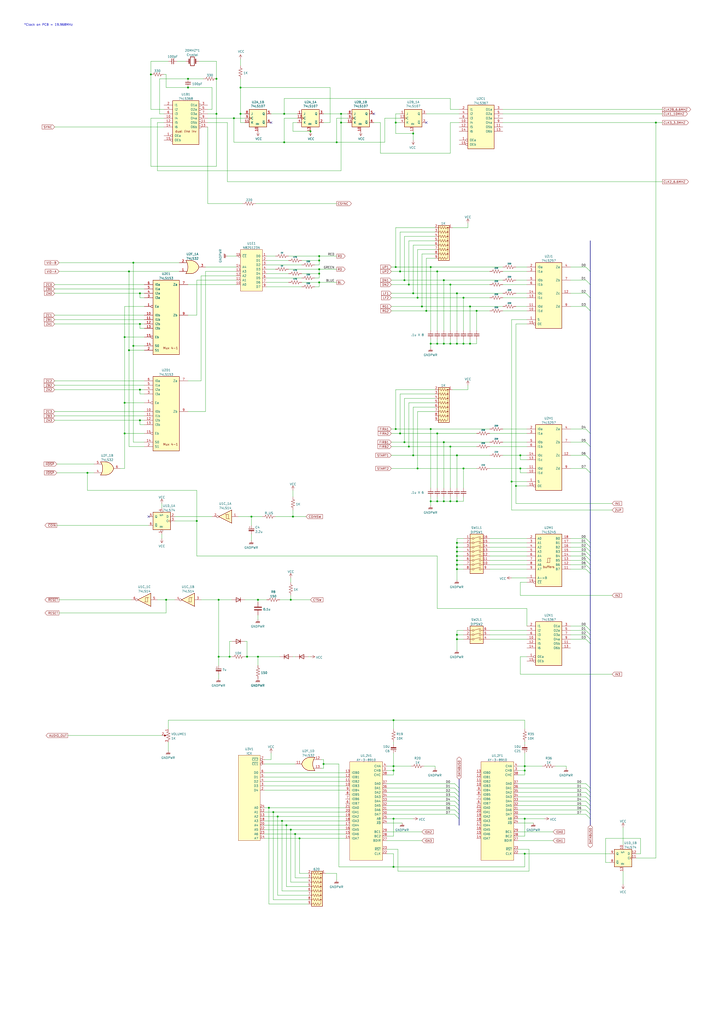
<source format=kicad_sch>
(kicad_sch (version 20230121) (generator eeschema)
  (paper "A2" portrait)
  (title_block (title "EXERION") (rev "A0") (company "JALECO EX-8315") (comment 1 "MADE IN JAPAN") (comment 2 "TRANSCRIBED BY ANTON GALE"))
  (junction (at 228.6 417.83))
  (junction (at 265.43 368.3))
  (junction (at 232.41 157.48))
  (junction (at 185.42 158.75))
  (junction (at 269.24 172.72))
  (junction (at 143.51 381))
  (junction (at 261.62 165.1))
  (junction (at 304.8 447.04))
  (junction (at 149.86 347.98))
  (junction (at 156.21 468.63))
  (junction (at 139.7 66.04))
  (junction (at 87.63 43.18))
  (junction (at 261.62 259.08))
  (junction (at 250.19 154.94))
  (junction (at 234.95 256.54))
  (junction (at 127 347.98))
  (junction (at 168.91 481.33))
  (junction (at 232.41 251.46))
  (junction (at 198.12 66.04))
  (junction (at 72.39 195.58))
  (junction (at 240.03 264.16))
  (junction (at 81.28 170.18))
  (junction (at 237.49 259.08))
  (junction (at 265.43 170.18))
  (junction (at 81.28 243.84))
  (junction (at 158.75 471.17))
  (junction (at 261.62 199.39))
  (junction (at 261.62 290.83))
  (junction (at 195.58 82.55))
  (junction (at 304.8 444.5))
  (junction (at 133.35 381))
  (junction (at 229.87 71.12))
  (junction (at 257.8052 162.56))
  (junction (at 257.8052 256.54))
  (junction (at 161.29 473.71))
  (junction (at 185.42 163.83))
  (junction (at 254 199.39))
  (junction (at 265.43 330.2))
  (junction (at 163.83 476.25))
  (junction (at 170.18 299.72))
  (junction (at 114.3 302.26))
  (junction (at 240.03 77.47))
  (junction (at 187.96 443.23))
  (junction (at 254 251.46))
  (junction (at 81.28 226.06))
  (junction (at 265.43 199.39))
  (junction (at 74.93 203.2))
  (junction (at 254 157.48))
  (junction (at 265.43 320.04))
  (junction (at 257.81 290.83))
  (junction (at 269.24 271.78))
  (junction (at 254 290.83))
  (junction (at 127 381))
  (junction (at 185.42 151.13))
  (junction (at 135.89 68.58))
  (junction (at 146.05 299.72))
  (junction (at 265.43 317.5))
  (junction (at 302.26 264.16))
  (junction (at 81.28 187.96))
  (junction (at 242.57 172.72))
  (junction (at 149.86 381))
  (junction (at 74.93 157.48))
  (junction (at 265.43 290.83))
  (junction (at 381 71.12))
  (junction (at 228.6 444.5))
  (junction (at 250.19 248.92))
  (junction (at 247.65 180.34))
  (junction (at 265.43 322.58))
  (junction (at 50.8 274.32))
  (junction (at 77.47 152.4))
  (junction (at 240.03 170.18))
  (junction (at 297.18 279.4))
  (junction (at 109.22 50.8))
  (junction (at 185.42 148.59))
  (junction (at 234.95 162.56))
  (junction (at 180.34 76.2))
  (junction (at 304.8 474.98))
  (junction (at 173.99 486.41))
  (junction (at 77.47 200.66))
  (junction (at 228.6 447.04))
  (junction (at 265.43 370.84))
  (junction (at 265.43 327.66))
  (junction (at 276.86 180.34))
  (junction (at 125.73 66.04))
  (junction (at 198.12 71.12))
  (junction (at 304.8 495.3))
  (junction (at 165.1 82.55))
  (junction (at 250.19 199.39))
  (junction (at 265.43 264.16))
  (junction (at 302.26 271.78))
  (junction (at 273.05 177.8))
  (junction (at 273.05 199.39))
  (junction (at 265.43 314.96))
  (junction (at 229.87 154.94))
  (junction (at 299.72 281.94))
  (junction (at 245.11 177.8))
  (junction (at 229.87 248.92))
  (junction (at 72.39 233.68))
  (junction (at 269.24 199.39))
  (junction (at 168.91 347.98))
  (junction (at 139.7 50.8))
  (junction (at 237.49 165.1))
  (junction (at 109.22 45.72))
  (junction (at 228.6 502.92))
  (junction (at 265.43 325.12))
  (junction (at 257.81 199.39))
  (junction (at 185.42 156.21))
  (junction (at 165.1 66.04))
  (junction (at 72.39 251.46))
  (junction (at 171.45 483.87))
  (junction (at 96.52 347.98))
  (junction (at 166.37 478.79))
  (junction (at 228.6 474.98))
  (junction (at 242.57 271.78))
  (junction (at 250.19 290.83))
  (junction (at 125.73 45.72))
  (no_connect (at 247.65 71.12))
  (no_connect (at 157.48 71.12))
  (no_connect (at 217.17 66.04))
  (no_connect (at 86.36 299.72))
  (bus_entry (at 340.36 462.28) (size 2.54 2.54))
  (bus_entry (at 340.36 464.82) (size 2.54 2.54))
  (bus_entry (at 340.36 457.2) (size 2.54 2.54))
  (bus_entry (at 340.36 454.66) (size 2.54 2.54))
  (bus_entry (at 340.36 459.74) (size 2.54 2.54))
  (bus_entry (at 340.36 472.44) (size 2.54 2.54))
  (bus_entry (at 340.36 469.9) (size 2.54 2.54))
  (bus_entry (at 340.36 467.36) (size 2.54 2.54))
  (bus_entry (at 264.16 469.9) (size 2.54 2.54))
  (bus_entry (at 264.16 459.74) (size 2.54 2.54))
  (bus_entry (at 264.16 472.44) (size 2.54 2.54))
  (bus_entry (at 264.16 467.36) (size 2.54 2.54))
  (bus_entry (at 264.16 454.66) (size 2.54 2.54))
  (bus_entry (at 264.16 462.28) (size 2.54 2.54))
  (bus_entry (at 340.36 154.94) (size 2.54 2.54))
  (bus_entry (at 340.36 162.56) (size 2.54 2.54))
  (bus_entry (at 340.36 170.18) (size 2.54 2.54))
  (bus_entry (at 340.36 177.8) (size 2.54 2.54))
  (bus_entry (at 340.36 312.42) (size 2.54 2.54))
  (bus_entry (at 340.36 264.16) (size 2.54 2.54))
  (bus_entry (at 340.36 271.78) (size 2.54 2.54))
  (bus_entry (at 340.36 248.92) (size 2.54 2.54))
  (bus_entry (at 340.36 256.54) (size 2.54 2.54))
  (bus_entry (at 340.36 317.5) (size 2.54 2.54))
  (bus_entry (at 340.36 314.96) (size 2.54 2.54))
  (bus_entry (at 340.36 320.04) (size 2.54 2.54))
  (bus_entry (at 264.16 464.82) (size 2.54 2.54))
  (bus_entry (at 340.36 363.22) (size 2.54 2.54))
  (bus_entry (at 340.36 370.84) (size 2.54 2.54))
  (bus_entry (at 340.36 368.3) (size 2.54 2.54))
  (bus_entry (at 340.36 365.76) (size 2.54 2.54))
  (bus_entry (at 340.36 330.2) (size 2.54 2.54))
  (bus_entry (at 340.36 327.66) (size 2.54 2.54))
  (bus_entry (at 340.36 325.12) (size 2.54 2.54))
  (bus_entry (at 340.36 322.58) (size 2.54 2.54))
  (bus_entry (at 264.16 457.2) (size 2.54 2.54))
  (wire (pts (xy 187.96 445.77) (xy 187.96 443.23)))
  (wire (pts (xy 154.94 148.59) (xy 160.02 148.59)))
  (wire (pts (xy 242.57 172.72) (xy 269.24 172.72)))
  (wire (pts (xy 31.75 241.3) (xy 83.82 241.3)))
  (wire (pts (xy 252.73 142.24) (xy 240.03 142.24)))
  (wire (pts (xy 81.28 226.06) (xy 83.82 226.06)))
  (bus (pts (xy 342.9 317.5) (xy 342.9 320.04)))
  (wire (pts (xy 93.98 292.1) (xy 93.98 294.64)))
  (wire (pts (xy 228.6 495.3) (xy 224.79 495.3)))
  (wire (pts (xy 31.75 226.06) (xy 81.28 226.06)))
  (wire (pts (xy 284.48 314.96) (xy 306.07 314.96)))
  (wire (pts (xy 269.24 288.29) (xy 269.24 290.83)))
  (wire (pts (xy 83.82 256.54) (xy 77.47 256.54)))
  (wire (pts (xy 120.65 118.11) (xy 140.97 118.11)))
  (wire (pts (xy 127 391.16) (xy 127 393.7)))
  (wire (pts (xy 153.67 483.87) (xy 171.45 483.87)))
  (wire (pts (xy 182.88 161.29) (xy 185.42 161.29)))
  (wire (pts (xy 240.03 142.24) (xy 240.03 170.18)))
  (wire (pts (xy 119.38 238.76) (xy 119.38 157.48)))
  (wire (pts (xy 300.99 485.14) (xy 304.8 485.14)))
  (wire (pts (xy 185.42 163.83) (xy 185.42 166.37)))
  (wire (pts (xy 125.73 45.72) (xy 125.73 66.04)))
  (wire (pts (xy 273.05 196.85) (xy 273.05 199.39)))
  (wire (pts (xy 297.18 279.4) (xy 297.18 185.42)))
  (bus (pts (xy 342.9 457.2) (xy 342.9 459.74)))
  (bus (pts (xy 342.9 314.96) (xy 342.9 317.5)))
  (wire (pts (xy 331.47 330.2) (xy 340.36 330.2)))
  (wire (pts (xy 72.39 251.46) (xy 83.82 251.46)))
  (wire (pts (xy 300.99 477.52) (xy 309.88 477.52)))
  (wire (pts (xy 265.43 314.96) (xy 265.43 317.5)))
  (wire (pts (xy 254 322.58) (xy 254 353.06)))
  (wire (pts (xy 50.8 274.32) (xy 54.61 274.32)))
  (bus (pts (xy 342.9 462.28) (xy 342.9 464.82)))
  (wire (pts (xy 91.44 347.98) (xy 96.52 347.98)))
  (wire (pts (xy 156.21 468.63) (xy 200.66 468.63)))
  (wire (pts (xy 355.6 391.16) (xy 302.26 391.16)))
  (wire (pts (xy 172.72 68.58) (xy 165.1 68.58)))
  (wire (pts (xy 165.1 68.58) (xy 165.1 82.55)))
  (wire (pts (xy 284.48 259.08) (xy 306.07 259.08)))
  (wire (pts (xy 81.28 190.5) (xy 81.28 187.96)))
  (wire (pts (xy 269.24 196.85) (xy 269.24 199.39)))
  (wire (pts (xy 297.18 295.91) (xy 297.18 279.4)))
  (wire (pts (xy 148.59 118.11) (xy 195.58 118.11)))
  (wire (pts (xy 292.1 165.1) (xy 306.07 165.1)))
  (bus (pts (xy 342.9 266.7) (xy 342.9 274.32)))
  (bus (pts (xy 342.9 365.76) (xy 342.9 368.3)))
  (wire (pts (xy 300.99 492.76) (xy 307.34 492.76)))
  (wire (pts (xy 257.8052 256.54) (xy 284.48 256.54)))
  (wire (pts (xy 125.73 66.04) (xy 125.73 96.52)))
  (wire (pts (xy 92.71 45.72) (xy 92.71 66.04)))
  (wire (pts (xy 265.43 330.2) (xy 269.24 330.2)))
  (wire (pts (xy 154.94 156.21) (xy 160.02 156.21)))
  (wire (pts (xy 227.33 264.16) (xy 240.03 264.16)))
  (wire (pts (xy 252.73 137.16) (xy 234.95 137.16)))
  (wire (pts (xy 116.84 347.98) (xy 127 347.98)))
  (bus (pts (xy 266.7 464.82) (xy 266.7 467.36)))
  (wire (pts (xy 265.43 365.76) (xy 265.43 368.3)))
  (wire (pts (xy 167.64 156.21) (xy 185.42 156.21)))
  (wire (pts (xy 247.65 180.34) (xy 276.86 180.34)))
  (wire (pts (xy 96.52 347.98) (xy 101.6 347.98)))
  (wire (pts (xy 69.85 271.78) (xy 72.39 271.78)))
  (wire (pts (xy 299.72 170.18) (xy 306.07 170.18)))
  (wire (pts (xy 115.57 35.56) (xy 125.73 35.56)))
  (wire (pts (xy 127 347.98) (xy 127 381)))
  (wire (pts (xy 261.62 57.15) (xy 261.62 63.5)))
  (wire (pts (xy 269.24 199.39) (xy 273.05 199.39)))
  (wire (pts (xy 228.6 502.92) (xy 228.6 495.3)))
  (wire (pts (xy 171.45 483.87) (xy 171.45 509.27)))
  (wire (pts (xy 31.75 182.88) (xy 83.82 182.88)))
  (wire (pts (xy 302.26 266.7) (xy 302.26 264.16)))
  (wire (pts (xy 120.65 71.12) (xy 132.08 71.12)))
  (wire (pts (xy 257.8052 162.56) (xy 257.81 191.77)))
  (wire (pts (xy 50.8 274.32) (xy 50.8 284.48)))
  (wire (pts (xy 254 251.46) (xy 276.86 251.46)))
  (wire (pts (xy 265.43 170.18) (xy 265.43 191.77)))
  (wire (pts (xy 304.8 449.58) (xy 304.8 447.04)))
  (wire (pts (xy 269.24 365.76) (xy 265.43 365.76)))
  (wire (pts (xy 250.19 154.94) (xy 292.1 154.94)))
  (wire (pts (xy 119.38 157.48) (xy 137.16 157.48)))
  (wire (pts (xy 292.1 256.54) (xy 306.07 256.54)))
  (wire (pts (xy 228.6 436.88) (xy 228.6 444.5)))
  (wire (pts (xy 304.8 430.53) (xy 304.8 431.8)))
  (wire (pts (xy 234.95 231.14) (xy 234.95 256.54)))
  (wire (pts (xy 292.1 63.5) (xy 384.81 63.5)))
  (wire (pts (xy 265.43 314.96) (xy 269.24 314.96)))
  (wire (pts (xy 83.82 228.6) (xy 81.28 228.6)))
  (bus (pts (xy 342.9 139.7) (xy 342.9 157.48)))
  (bus (pts (xy 266.7 462.28) (xy 266.7 464.82)))
  (wire (pts (xy 198.12 71.12) (xy 201.93 71.12)))
  (bus (pts (xy 342.9 274.32) (xy 342.9 314.96)))
  (wire (pts (xy 138.43 299.72) (xy 146.05 299.72)))
  (wire (pts (xy 227.33 271.78) (xy 242.57 271.78)))
  (wire (pts (xy 254 290.83) (xy 257.81 290.83)))
  (wire (pts (xy 234.95 256.54) (xy 257.8052 256.54)))
  (wire (pts (xy 143.51 381) (xy 149.86 381)))
  (wire (pts (xy 168.91 511.81) (xy 179.07 511.81)))
  (wire (pts (xy 265.43 320.04) (xy 265.43 322.58)))
  (wire (pts (xy 276.86 180.34) (xy 276.86 191.77)))
  (wire (pts (xy 245.11 147.32) (xy 245.11 177.8)))
  (bus (pts (xy 266.7 452.12) (xy 266.7 457.2)))
  (wire (pts (xy 153.67 458.47) (xy 200.66 458.47)))
  (wire (pts (xy 227.33 259.08) (xy 237.49 259.08)))
  (wire (pts (xy 74.93 157.48) (xy 104.14 157.48)))
  (wire (pts (xy 109.22 45.72) (xy 118.11 45.72)))
  (wire (pts (xy 153.67 440.69) (xy 157.48 440.69)))
  (wire (pts (xy 123.19 50.8) (xy 109.22 50.8)))
  (wire (pts (xy 229.87 71.12) (xy 229.87 77.47)))
  (wire (pts (xy 92.71 66.04) (xy 95.25 66.04)))
  (wire (pts (xy 299.72 187.96) (xy 306.07 187.96)))
  (wire (pts (xy 87.63 35.56) (xy 87.63 43.18)))
  (wire (pts (xy 300.99 447.04) (xy 304.8 447.04)))
  (bus (pts (xy 266.7 467.36) (xy 266.7 469.9)))
  (wire (pts (xy 331.47 363.22) (xy 340.36 363.22)))
  (wire (pts (xy 31.75 185.42) (xy 83.82 185.42)))
  (wire (pts (xy 74.93 259.08) (xy 74.93 203.2)))
  (wire (pts (xy 196.85 443.23) (xy 196.85 502.92)))
  (wire (pts (xy 139.7 66.04) (xy 142.24 66.04)))
  (bus (pts (xy 342.9 459.74) (xy 342.9 462.28)))
  (wire (pts (xy 34.29 152.4) (xy 77.47 152.4)))
  (wire (pts (xy 292.1 157.48) (xy 306.07 157.48)))
  (wire (pts (xy 265.43 320.04) (xy 269.24 320.04)))
  (wire (pts (xy 331.47 170.18) (xy 340.36 170.18)))
  (wire (pts (xy 355.6 345.44) (xy 302.26 345.44)))
  (wire (pts (xy 97.79 417.83) (xy 228.6 417.83)))
  (wire (pts (xy 304.8 447.04) (xy 304.8 444.5)))
  (wire (pts (xy 252.73 226.06) (xy 229.87 226.06)))
  (wire (pts (xy 257.8052 162.56) (xy 292.1 162.56)))
  (wire (pts (xy 87.63 68.58) (xy 95.25 68.58)))
  (wire (pts (xy 265.43 199.39) (xy 269.24 199.39)))
  (wire (pts (xy 224.79 447.04) (xy 228.6 447.04)))
  (wire (pts (xy 276.86 180.34) (xy 284.48 180.34)))
  (wire (pts (xy 166.37 478.79) (xy 166.37 514.35)))
  (wire (pts (xy 179.07 381) (xy 180.34 381)))
  (wire (pts (xy 168.91 481.33) (xy 168.91 511.81)))
  (wire (pts (xy 227.33 177.8) (xy 245.11 177.8)))
  (wire (pts (xy 261.62 259.08) (xy 276.86 259.08)))
  (wire (pts (xy 171.45 509.27) (xy 179.07 509.27)))
  (wire (pts (xy 114.3 284.48) (xy 50.8 284.48)))
  (wire (pts (xy 250.19 248.92) (xy 284.48 248.92)))
  (wire (pts (xy 81.28 228.6) (xy 81.28 226.06)))
  (wire (pts (xy 261.62 196.85) (xy 261.62 199.39)))
  (wire (pts (xy 261.62 88.9) (xy 220.98 88.9)))
  (wire (pts (xy 83.82 203.2) (xy 74.93 203.2)))
  (wire (pts (xy 153.67 478.79) (xy 166.37 478.79)))
  (wire (pts (xy 331.47 154.94) (xy 340.36 154.94)))
  (wire (pts (xy 153.67 486.41) (xy 173.99 486.41)))
  (wire (pts (xy 254 157.48) (xy 254 191.77)))
  (wire (pts (xy 331.47 248.92) (xy 340.36 248.92)))
  (bus (pts (xy 342.9 165.1) (xy 342.9 172.72)))
  (wire (pts (xy 134.62 372.11) (xy 133.35 372.11)))
  (wire (pts (xy 170.18 299.72) (xy 177.8 299.72)))
  (wire (pts (xy 153.67 443.23) (xy 171.45 443.23)))
  (bus (pts (xy 342.9 330.2) (xy 342.9 332.74)))
  (wire (pts (xy 165.1 66.04) (xy 165.1 57.15)))
  (wire (pts (xy 224.79 467.36) (xy 264.16 467.36)))
  (wire (pts (xy 302.26 391.16) (xy 302.26 381)))
  (wire (pts (xy 331.47 256.54) (xy 340.36 256.54)))
  (wire (pts (xy 72.39 233.68) (xy 72.39 251.46)))
  (wire (pts (xy 198.12 66.04) (xy 201.93 66.04)))
  (wire (pts (xy 133.35 381) (xy 134.62 381)))
  (wire (pts (xy 228.6 474.98) (xy 240.03 474.98)))
  (wire (pts (xy 149.86 381) (xy 149.86 386.08)))
  (wire (pts (xy 284.48 317.5) (xy 306.07 317.5)))
  (wire (pts (xy 234.95 137.16) (xy 234.95 162.56)))
  (wire (pts (xy 302.26 345.44) (xy 302.26 337.82)))
  (wire (pts (xy 254 196.85) (xy 254 199.39)))
  (wire (pts (xy 163.83 476.25) (xy 200.66 476.25)))
  (wire (pts (xy 223.52 82.55) (xy 223.52 68.58)))
  (wire (pts (xy 254 251.46) (xy 254 283.21)))
  (wire (pts (xy 228.6 449.58) (xy 228.6 447.04)))
  (wire (pts (xy 227.33 162.56) (xy 234.95 162.56)))
  (wire (pts (xy 265.43 290.83) (xy 269.24 290.83)))
  (wire (pts (xy 265.43 264.16) (xy 284.48 264.16)))
  (wire (pts (xy 224.79 454.66) (xy 264.16 454.66)))
  (wire (pts (xy 167.64 148.59) (xy 185.42 148.59)))
  (wire (pts (xy 77.47 152.4) (xy 77.47 200.66)))
  (wire (pts (xy 297.18 185.42) (xy 306.07 185.42)))
  (wire (pts (xy 300.99 467.36) (xy 340.36 467.36)))
  (wire (pts (xy 228.6 430.53) (xy 228.6 431.8)))
  (wire (pts (xy 228.6 417.83) (xy 228.6 422.91)))
  (wire (pts (xy 170.18 381) (xy 171.45 381)))
  (bus (pts (xy 342.9 157.48) (xy 342.9 165.1)))
  (wire (pts (xy 292.1 66.04) (xy 384.81 66.04)))
  (wire (pts (xy 237.49 165.1) (xy 261.62 165.1)))
  (wire (pts (xy 284.48 322.58) (xy 306.07 322.58)))
  (wire (pts (xy 97.79 430.53) (xy 97.79 435.61)))
  (wire (pts (xy 269.24 271.78) (xy 269.24 283.21)))
  (wire (pts (xy 284.48 325.12) (xy 306.07 325.12)))
  (wire (pts (xy 158.75 521.97) (xy 179.07 521.97)))
  (wire (pts (xy 154.94 166.37) (xy 175.26 166.37)))
  (wire (pts (xy 271.78 226.06) (xy 271.78 223.52)))
  (wire (pts (xy 229.87 154.94) (xy 250.19 154.94)))
  (wire (pts (xy 307.34 505.46) (xy 231.14 505.46)))
  (wire (pts (xy 232.41 66.04) (xy 229.87 66.04)))
  (wire (pts (xy 31.75 243.84) (xy 81.28 243.84)))
  (wire (pts (xy 116.84 160.02) (xy 137.16 160.02)))
  (wire (pts (xy 300.99 482.6) (xy 321.31 482.6)))
  (wire (pts (xy 34.29 347.98) (xy 76.2 347.98)))
  (wire (pts (xy 300.99 459.74) (xy 340.36 459.74)))
  (wire (pts (xy 114.3 182.88) (xy 114.3 162.56)))
  (wire (pts (xy 265.43 317.5) (xy 265.43 320.04)))
  (wire (pts (xy 153.67 448.31) (xy 200.66 448.31)))
  (wire (pts (xy 257.81 288.29) (xy 257.81 290.83)))
  (wire (pts (xy 153.67 453.39) (xy 200.66 453.39)))
  (wire (pts (xy 81.28 243.84) (xy 83.82 243.84)))
  (wire (pts (xy 265.43 170.18) (xy 292.1 170.18)))
  (wire (pts (xy 72.39 195.58) (xy 83.82 195.58)))
  (wire (pts (xy 261.62 63.5) (xy 266.7 63.5)))
  (wire (pts (xy 224.79 464.82) (xy 264.16 464.82)))
  (wire (pts (xy 224.79 487.68) (xy 245.11 487.68)))
  (wire (pts (xy 265.43 327.66) (xy 265.43 330.2)))
  (wire (pts (xy 240.03 77.47) (xy 240.03 76.2)))
  (wire (pts (xy 261.62 259.08) (xy 261.62 283.21)))
  (wire (pts (xy 120.65 68.58) (xy 135.89 68.58)))
  (wire (pts (xy 284.48 330.2) (xy 306.07 330.2)))
  (wire (pts (xy 229.87 77.47) (xy 240.03 77.47)))
  (wire (pts (xy 240.03 170.18) (xy 265.43 170.18)))
  (wire (pts (xy 292.1 264.16) (xy 302.26 264.16)))
  (wire (pts (xy 191.77 50.8) (xy 139.7 50.8)))
  (wire (pts (xy 187.96 71.12) (xy 191.77 71.12)))
  (wire (pts (xy 284.48 365.76) (xy 306.07 365.76)))
  (wire (pts (xy 160.02 299.72) (xy 170.18 299.72)))
  (wire (pts (xy 292.1 172.72) (xy 306.07 172.72)))
  (wire (pts (xy 161.29 473.71) (xy 161.29 519.43)))
  (wire (pts (xy 92.71 45.72) (xy 109.22 45.72)))
  (wire (pts (xy 153.67 471.17) (xy 158.75 471.17)))
  (wire (pts (xy 306.07 279.4) (xy 297.18 279.4)))
  (wire (pts (xy 149.86 347.98) (xy 149.86 349.25)))
  (wire (pts (xy 156.21 468.63) (xy 156.21 524.51)))
  (wire (pts (xy 173.99 486.41) (xy 200.66 486.41)))
  (wire (pts (xy 261.62 165.1) (xy 284.48 165.1)))
  (wire (pts (xy 242.57 271.78) (xy 269.24 271.78)))
  (wire (pts (xy 381 497.84) (xy 369.57 497.84)))
  (wire (pts (xy 331.47 365.76) (xy 340.36 365.76)))
  (wire (pts (xy 224.79 474.98) (xy 228.6 474.98)))
  (wire (pts (xy 284.48 320.04) (xy 306.07 320.04)))
  (wire (pts (xy 227.33 157.48) (xy 232.41 157.48)))
  (wire (pts (xy 302.26 337.82) (xy 306.07 337.82)))
  (wire (pts (xy 165.1 66.04) (xy 172.72 66.04)))
  (bus (pts (xy 266.7 459.74) (xy 266.7 462.28)))
  (wire (pts (xy 163.83 476.25) (xy 163.83 516.89)))
  (wire (pts (xy 231.14 492.76) (xy 224.79 492.76)))
  (wire (pts (xy 139.7 38.1) (xy 139.7 34.29)))
  (wire (pts (xy 139.7 66.04) (xy 139.7 71.12)))
  (wire (pts (xy 172.72 71.12) (xy 170.18 71.12)))
  (wire (pts (xy 161.29 519.43) (xy 179.07 519.43)))
  (wire (pts (xy 171.45 483.87) (xy 200.66 483.87)))
  (wire (pts (xy 300.99 457.2) (xy 340.36 457.2)))
  (wire (pts (xy 361.95 480.06) (xy 361.95 490.22)))
  (wire (pts (xy 72.39 251.46) (xy 72.39 271.78)))
  (wire (pts (xy 304.8 502.92) (xy 304.8 495.3)))
  (wire (pts (xy 228.6 502.92) (xy 304.8 502.92)))
  (wire (pts (xy 252.73 228.6) (xy 232.41 228.6)))
  (wire (pts (xy 114.3 302.26) (xy 114.3 284.48)))
  (wire (pts (xy 261.62 288.29) (xy 261.62 290.83)))
  (wire (pts (xy 322.58 444.5) (xy 328.93 444.5)))
  (wire (pts (xy 265.43 368.3) (xy 265.43 370.84)))
  (wire (pts (xy 331.47 322.58) (xy 340.36 322.58)))
  (wire (pts (xy 185.42 148.59) (xy 195.58 148.59)))
  (wire (pts (xy 302.26 381) (xy 306.07 381)))
  (bus (pts (xy 342.9 332.74) (xy 342.9 365.76)))
  (wire (pts (xy 97.79 422.91) (xy 97.79 417.83)))
  (wire (pts (xy 240.03 264.16) (xy 265.43 264.16)))
  (wire (pts (xy 265.43 327.66) (xy 269.24 327.66)))
  (bus (pts (xy 342.9 467.36) (xy 342.9 469.9)))
  (wire (pts (xy 292.1 180.34) (xy 306.07 180.34)))
  (wire (pts (xy 284.48 327.66) (xy 306.07 327.66)))
  (wire (pts (xy 252.73 144.78) (xy 242.57 144.78)))
  (wire (pts (xy 101.6 302.26) (xy 114.3 302.26)))
  (wire (pts (xy 250.19 154.94) (xy 250.19 191.77)))
  (bus (pts (xy 342.9 180.34) (xy 342.9 251.46)))
  (wire (pts (xy 297.18 335.28) (xy 306.07 335.28)))
  (wire (pts (xy 331.47 312.42) (xy 340.36 312.42)))
  (wire (pts (xy 300.99 474.98) (xy 304.8 474.98)))
  (wire (pts (xy 307.34 492.76) (xy 307.34 505.46)))
  (wire (pts (xy 355.6 295.91) (xy 297.18 295.91)))
  (wire (pts (xy 265.43 264.16) (xy 265.43 283.21)))
  (wire (pts (xy 185.42 158.75) (xy 185.42 161.29)))
  (wire (pts (xy 237.49 233.68) (xy 237.49 259.08)))
  (wire (pts (xy 304.8 436.88) (xy 304.8 444.5)))
  (wire (pts (xy 142.24 372.11) (xy 143.51 372.11)))
  (wire (pts (xy 224.79 469.9) (xy 264.16 469.9)))
  (wire (pts (xy 149.86 356.87) (xy 149.86 359.41)))
  (wire (pts (xy 74.93 203.2) (xy 74.93 157.48)))
  (wire (pts (xy 127 381) (xy 133.35 381)))
  (wire (pts (xy 154.94 151.13) (xy 167.64 151.13)))
  (wire (pts (xy 123.19 50.8) (xy 123.19 63.5)))
  (bus (pts (xy 342.9 472.44) (xy 342.9 474.98)))
  (wire (pts (xy 306.07 274.32) (xy 302.26 274.32)))
  (wire (pts (xy 250.19 293.37) (xy 250.19 290.83)))
  (wire (pts (xy 166.37 478.79) (xy 200.66 478.79)))
  (wire (pts (xy 198.12 66.04) (xy 198.12 71.12)))
  (wire (pts (xy 139.7 50.8) (xy 139.7 66.04)))
  (wire (pts (xy 300.99 469.9) (xy 340.36 469.9)))
  (wire (pts (xy 153.67 455.93) (xy 200.66 455.93)))
  (wire (pts (xy 97.79 35.56) (xy 87.63 35.56)))
  (wire (pts (xy 120.65 66.04) (xy 125.73 66.04)))
  (bus (pts (xy 342.9 370.84) (xy 342.9 373.38)))
  (wire (pts (xy 242.57 238.76) (xy 242.57 271.78)))
  (wire (pts (xy 154.94 163.83) (xy 167.64 163.83)))
  (wire (pts (xy 170.18 295.91) (xy 170.18 299.72)))
  (wire (pts (xy 125.73 96.52) (xy 87.63 96.52)))
  (wire (pts (xy 81.28 170.18) (xy 83.82 170.18)))
  (wire (pts (xy 87.63 43.18) (xy 87.63 63.5)))
  (wire (pts (xy 284.48 271.78) (xy 302.26 271.78)))
  (wire (pts (xy 369.57 495.3) (xy 372.11 495.3)))
  (wire (pts (xy 250.19 199.39) (xy 254 199.39)))
  (wire (pts (xy 102.87 35.56) (xy 107.95 35.56)))
  (wire (pts (xy 185.42 156.21) (xy 185.42 158.75)))
  (wire (pts (xy 125.73 35.56) (xy 125.73 45.72)))
  (wire (pts (xy 265.43 330.2) (xy 265.43 336.55)))
  (wire (pts (xy 33.02 304.8) (xy 86.36 304.8)))
  (wire (pts (xy 229.87 132.08) (xy 229.87 154.94)))
  (wire (pts (xy 300.99 472.44) (xy 340.36 472.44)))
  (wire (pts (xy 185.42 148.59) (xy 185.42 151.13)))
  (bus (pts (xy 342.9 469.9) (xy 342.9 472.44)))
  (wire (pts (xy 116.84 220.98) (xy 116.84 160.02)))
  (wire (pts (xy 224.79 472.44) (xy 264.16 472.44)))
  (wire (pts (xy 284.48 312.42) (xy 306.07 312.42)))
  (wire (pts (xy 175.26 151.13) (xy 185.42 151.13)))
  (bus (pts (xy 342.9 474.98) (xy 342.9 478.79)))
  (wire (pts (xy 300.99 462.28) (xy 340.36 462.28)))
  (wire (pts (xy 72.39 177.8) (xy 72.39 195.58)))
  (wire (pts (xy 31.75 238.76) (xy 83.82 238.76)))
  (wire (pts (xy 187.96 443.23) (xy 187.96 440.69)))
  (wire (pts (xy 31.75 167.64) (xy 83.82 167.64)))
  (wire (pts (xy 381 71.12) (xy 384.81 71.12)))
  (wire (pts (xy 232.41 134.62) (xy 232.41 157.48)))
  (wire (pts (xy 146.05 299.72) (xy 152.4 299.72)))
  (wire (pts (xy 132.08 71.12) (xy 132.08 105.41)))
  (wire (pts (xy 153.67 473.71) (xy 161.29 473.71)))
  (wire (pts (xy 119.38 154.94) (xy 137.16 154.94)))
  (wire (pts (xy 170.18 76.2) (xy 180.34 76.2)))
  (wire (pts (xy 132.08 148.59) (xy 137.16 148.59)))
  (wire (pts (xy 109.22 50.8) (xy 96.52 50.8)))
  (wire (pts (xy 81.28 246.38) (xy 81.28 243.84)))
  (wire (pts (xy 265.43 317.5) (xy 269.24 317.5)))
  (wire (pts (xy 96.52 347.98) (xy 96.52 355.6)))
  (wire (pts (xy 304.8 422.91) (xy 304.8 417.83)))
  (wire (pts (xy 39.37 426.72) (xy 93.98 426.72)))
  (wire (pts (xy 247.65 66.04) (xy 266.7 66.04)))
  (wire (pts (xy 331.47 325.12) (xy 340.36 325.12)))
  (wire (pts (xy 158.75 471.17) (xy 200.66 471.17)))
  (wire (pts (xy 265.43 196.85) (xy 265.43 199.39)))
  (wire (pts (xy 269.24 172.72) (xy 284.48 172.72)))
  (wire (pts (xy 149.86 347.98) (xy 154.94 347.98)))
  (wire (pts (xy 276.86 199.39) (xy 276.86 196.85)))
  (wire (pts (xy 240.03 81.28) (xy 240.03 77.47)))
  (wire (pts (xy 304.8 495.3) (xy 354.33 495.3)))
  (bus (pts (xy 266.7 474.98) (xy 266.7 478.79)))
  (wire (pts (xy 154.94 158.75) (xy 167.64 158.75)))
  (wire (pts (xy 331.47 177.8) (xy 340.36 177.8)))
  (bus (pts (xy 342.9 322.58) (xy 342.9 325.12)))
  (wire (pts (xy 269.24 271.78) (xy 276.86 271.78)))
  (wire (pts (xy 31.75 165.1) (xy 83.82 165.1)))
  (wire (pts (xy 381 71.12) (xy 381 497.84)))
  (wire (pts (xy 156.21 524.51) (xy 179.07 524.51)))
  (wire (pts (xy 250.19 290.83) (xy 254 290.83)))
  (wire (pts (xy 157.48 66.04) (xy 165.1 66.04)))
  (wire (pts (xy 331.47 271.78) (xy 340.36 271.78)))
  (wire (pts (xy 83.82 259.08) (xy 74.93 259.08)))
  (wire (pts (xy 273.05 199.39) (xy 276.86 199.39)))
  (wire (pts (xy 146.05 299.72) (xy 146.05 304.8)))
  (bus (pts (xy 266.7 472.44) (xy 266.7 474.98)))
  (wire (pts (xy 246.38 444.5) (xy 252.73 444.5)))
  (wire (pts (xy 31.75 223.52) (xy 83.82 223.52)))
  (wire (pts (xy 299.72 162.56) (xy 306.07 162.56)))
  (wire (pts (xy 224.79 485.14) (xy 228.6 485.14)))
  (wire (pts (xy 87.63 96.52) (xy 87.63 68.58)))
  (wire (pts (xy 227.33 248.92) (xy 229.87 248.92)))
  (bus (pts (xy 342.9 251.46) (xy 342.9 259.08)))
  (wire (pts (xy 229.87 66.04) (xy 229.87 71.12)))
  (wire (pts (xy 247.65 149.86) (xy 247.65 180.34)))
  (bus (pts (xy 342.9 320.04) (xy 342.9 322.58)))
  (wire (pts (xy 227.33 165.1) (xy 237.49 165.1)))
  (wire (pts (xy 91.44 99.06) (xy 91.44 71.12)))
  (wire (pts (xy 139.7 45.72) (xy 139.7 50.8)))
  (wire (pts (xy 331.47 264.16) (xy 340.36 264.16)))
  (wire (pts (xy 372.11 495.3) (xy 372.11 486.41)))
  (wire (pts (xy 271.78 132.08) (xy 271.78 129.54)))
  (wire (pts (xy 229.87 71.12) (xy 232.41 71.12)))
  (wire (pts (xy 331.47 370.84) (xy 340.36 370.84)))
  (wire (pts (xy 252.73 132.08) (xy 229.87 132.08)))
  (wire (pts (xy 304.8 444.5) (xy 314.96 444.5)))
  (wire (pts (xy 265.43 368.3) (xy 269.24 368.3)))
  (wire (pts (xy 229.87 226.06) (xy 229.87 248.92)))
  (wire (pts (xy 120.65 73.66) (xy 120.65 118.11)))
  (wire (pts (xy 170.18 71.12) (xy 170.18 76.2)))
  (wire (pts (xy 331.47 368.3) (xy 340.36 368.3)))
  (wire (pts (xy 146.05 309.88) (xy 146.05 313.69)))
  (wire (pts (xy 220.98 71.12) (xy 217.17 71.12)))
  (wire (pts (xy 261.62 199.39) (xy 265.43 199.39)))
  (wire (pts (xy 109.22 182.88) (xy 114.3 182.88)))
  (wire (pts (xy 265.43 325.12) (xy 269.24 325.12)))
  (wire (pts (xy 173.99 486.41) (xy 173.99 506.73)))
  (wire (pts (xy 153.67 481.33) (xy 168.91 481.33)))
  (bus (pts (xy 342.9 327.66) (xy 342.9 330.2)))
  (wire (pts (xy 304.8 474.98) (xy 304.8 485.14)))
  (wire (pts (xy 133.35 372.11) (xy 133.35 381)))
  (wire (pts (xy 254 353.06) (xy 306.07 353.06)))
  (wire (pts (xy 351.79 486.41) (xy 351.79 500.38)))
  (wire (pts (xy 234.95 162.56) (xy 257.8052 162.56)))
  (wire (pts (xy 224.79 462.28) (xy 264.16 462.28)))
  (wire (pts (xy 165.1 82.55) (xy 195.58 82.55)))
  (wire (pts (xy 161.29 473.71) (xy 200.66 473.71)))
  (wire (pts (xy 175.26 163.83) (xy 185.42 163.83)))
  (wire (pts (xy 300.99 454.66) (xy 340.36 454.66)))
  (wire (pts (xy 224.79 449.58) (xy 228.6 449.58)))
  (wire (pts (xy 168.91 335.28) (xy 168.91 337.82)))
  (wire (pts (xy 228.6 447.04) (xy 228.6 444.5)))
  (wire (pts (xy 302.26 264.16) (xy 306.07 264.16)))
  (bus (pts (xy 266.7 457.2) (xy 266.7 459.74)))
  (wire (pts (xy 191.77 71.12) (xy 191.77 50.8)))
  (wire (pts (xy 227.33 172.72) (xy 242.57 172.72)))
  (wire (pts (xy 299.72 177.8) (xy 306.07 177.8)))
  (wire (pts (xy 157.48 440.69) (xy 157.48 436.88)))
  (wire (pts (xy 245.11 177.8) (xy 273.05 177.8)))
  (wire (pts (xy 224.79 482.6) (xy 245.11 482.6)))
  (wire (pts (xy 127 381) (xy 127 386.08)))
  (wire (pts (xy 201.93 68.58) (xy 195.58 68.58)))
  (wire (pts (xy 240.03 236.22) (xy 240.03 264.16)))
  (wire (pts (xy 135.89 82.55) (xy 165.1 82.55)))
  (wire (pts (xy 135.89 68.58) (xy 142.24 68.58)))
  (wire (pts (xy 252.73 139.7) (xy 237.49 139.7)))
  (bus (pts (xy 342.9 259.08) (xy 342.9 266.7)))
  (wire (pts (xy 252.73 231.14) (xy 234.95 231.14)))
  (wire (pts (xy 195.58 506.73) (xy 195.58 510.54)))
  (wire (pts (xy 300.99 444.5) (xy 304.8 444.5)))
  (wire (pts (xy 306.07 363.22) (xy 306.07 353.06)))
  (wire (pts (xy 186.69 440.69) (xy 187.96 440.69)))
  (wire (pts (xy 227.33 251.46) (xy 232.41 251.46)))
  (wire (pts (xy 175.26 158.75) (xy 185.42 158.75)))
  (wire (pts (xy 304.8 474.98) (xy 316.23 474.98)))
  (wire (pts (xy 237.49 259.08) (xy 261.62 259.08)))
  (wire (pts (xy 227.33 154.94) (xy 229.87 154.94)))
  (wire (pts (xy 331.47 327.66) (xy 340.36 327.66)))
  (wire (pts (xy 273.05 177.8) (xy 292.1 177.8)))
  (wire (pts (xy 170.18 284.48) (xy 170.18 288.29)))
  (wire (pts (xy 87.63 63.5) (xy 95.25 63.5)))
  (wire (pts (xy 127 347.98) (xy 134.62 347.98)))
  (wire (pts (xy 284.48 251.46) (xy 306.07 251.46)))
  (wire (pts (xy 154.94 161.29) (xy 175.26 161.29)))
  (wire (pts (xy 83.82 190.5) (xy 81.28 190.5)))
  (wire (pts (xy 252.73 147.32) (xy 245.11 147.32)))
  (wire (pts (xy 250.19 196.85) (xy 250.19 199.39)))
  (wire (pts (xy 299.72 292.1) (xy 299.72 281.94)))
  (wire (pts (xy 372.11 486.41) (xy 351.79 486.41)))
  (wire (pts (xy 265.43 322.58) (xy 269.24 322.58)))
  (bus (pts (xy 342.9 464.82) (xy 342.9 467.36)))
  (wire (pts (xy 142.24 347.98) (xy 149.86 347.98)))
  (wire (pts (xy 262.89 226.06) (xy 271.78 226.06)))
  (wire (pts (xy 254 288.29) (xy 254 290.83)))
  (wire (pts (xy 153.67 476.25) (xy 163.83 476.25)))
  (wire (pts (xy 227.33 256.54) (xy 234.95 256.54)))
  (wire (pts (xy 224.79 477.52) (xy 233.68 477.52)))
  (wire (pts (xy 304.8 495.3) (xy 300.99 495.3)))
  (wire (pts (xy 252.73 236.22) (xy 240.03 236.22)))
  (wire (pts (xy 257.81 290.83) (xy 261.62 290.83)))
  (wire (pts (xy 269.24 172.72) (xy 269.24 191.77)))
  (wire (pts (xy 292.1 248.92) (xy 306.07 248.92)))
  (wire (pts (xy 232.41 251.46) (xy 254 251.46)))
  (wire (pts (xy 33.02 274.32) (xy 50.8 274.32)))
  (wire (pts (xy 101.6 299.72) (xy 123.19 299.72)))
  (wire (pts (xy 331.47 317.5) (xy 340.36 317.5)))
  (wire (pts (xy 355.6 292.1) (xy 299.72 292.1)))
  (bus (pts (xy 266.7 469.9) (xy 266.7 472.44)))
  (wire (pts (xy 189.23 506.73) (xy 195.58 506.73)))
  (wire (pts (xy 142.24 381) (xy 143.51 381)))
  (wire (pts (xy 72.39 233.68) (xy 83.82 233.68)))
  (wire (pts (xy 224.79 444.5) (xy 228.6 444.5)))
  (wire (pts (xy 331.47 314.96) (xy 340.36 314.96)))
  (wire (pts (xy 185.42 156.21) (xy 195.58 156.21)))
  (wire (pts (xy 139.7 71.12) (xy 142.24 71.12)))
  (wire (pts (xy 153.67 450.85) (xy 200.66 450.85)))
  (wire (pts (xy 265.43 325.12) (xy 265.43 327.66)))
  (wire (pts (xy 228.6 444.5) (xy 238.76 444.5)))
  (bus (pts (xy 342.9 172.72) (xy 342.9 180.34)))
  (wire (pts (xy 135.89 68.58) (xy 135.89 82.55)))
  (wire (pts (xy 361.95 505.46) (xy 361.95 513.08)))
  (wire (pts (xy 93.98 309.88) (xy 93.98 312.42)))
  (wire (pts (xy 165.1 57.15) (xy 261.62 57.15)))
  (wire (pts (xy 351.79 500.38) (xy 354.33 500.38)))
  (wire (pts (xy 77.47 256.54) (xy 77.47 200.66)))
  (wire (pts (xy 229.87 248.92) (xy 250.19 248.92)))
  (wire (pts (xy 228.6 474.98) (xy 228.6 485.14)))
  (wire (pts (xy 182.88 166.37) (xy 185.42 166.37)))
  (wire (pts (xy 292.1 71.12) (xy 381 71.12)))
  (wire (pts (xy 168.91 345.44) (xy 168.91 347.98)))
  (wire (pts (xy 331.47 320.04) (xy 340.36 320.04)))
  (wire (pts (xy 158.75 471.17) (xy 158.75 521.97)))
  (wire (pts (xy 186.69 445.77) (xy 187.96 445.77)))
  (wire (pts (xy 34.29 157.48) (xy 74.93 157.48)))
  (wire (pts (xy 299.72 154.94) (xy 306.07 154.94)))
  (wire (pts (xy 91.44 71.12) (xy 95.25 71.12)))
  (wire (pts (xy 96.52 43.18) (xy 96.52 50.8)))
  (wire (pts (xy 328.93 444.5) (xy 328.93 445.77)))
  (wire (pts (xy 299.72 281.94) (xy 306.07 281.94)))
  (wire (pts (xy 77.47 152.4) (xy 104.14 152.4)))
  (wire (pts (xy 33.02 269.24) (xy 54.61 269.24)))
  (wire (pts (xy 252.73 134.62) (xy 232.41 134.62)))
  (wire (pts (xy 185.42 151.13) (xy 185.42 153.67)))
  (wire (pts (xy 261.62 71.12) (xy 261.62 88.9)))
  (wire (pts (xy 265.43 370.84) (xy 269.24 370.84)))
  (wire (pts (xy 227.33 180.34) (xy 247.65 180.34)))
  (wire (pts (xy 250.19 288.29) (xy 250.19 290.83)))
  (wire (pts (xy 284.48 370.84) (xy 306.07 370.84)))
  (wire (pts (xy 227.33 170.18) (xy 240.03 170.18)))
  (wire (pts (xy 31.75 220.98) (xy 83.82 220.98)))
  (wire (pts (xy 83.82 200.66) (xy 77.47 200.66)))
  (wire (pts (xy 237.49 139.7) (xy 237.49 165.1)))
  (wire (pts (xy 195.58 68.58) (xy 195.58 82.55)))
  (wire (pts (xy 300.99 487.68) (xy 321.31 487.68)))
  (wire (pts (xy 31.75 187.96) (xy 81.28 187.96)))
  (wire (pts (xy 31.75 170.18) (xy 81.28 170.18)))
  (wire (pts (xy 220.98 88.9) (xy 220.98 71.12)))
  (wire (pts (xy 300.99 449.58) (xy 304.8 449.58)))
  (wire (pts (xy 300.99 464.82) (xy 340.36 464.82)))
  (wire (pts (xy 114.3 162.56) (xy 137.16 162.56)))
  (wire (pts (xy 168.91 481.33) (xy 200.66 481.33)))
  (wire (pts (xy 250.19 248.92) (xy 250.19 283.21)))
  (wire (pts (xy 265.43 322.58) (xy 265.43 325.12)))
  (wire (pts (xy 83.82 177.8) (xy 72.39 177.8)))
  (wire (pts (xy 254 157.48) (xy 284.48 157.48)))
  (bus (pts (xy 342.9 373.38) (xy 342.9 457.2)))
  (bus (pts (xy 342.9 368.3) (xy 342.9 370.84)))
  (wire (pts (xy 257.81 196.85) (xy 257.81 199.39)))
  (wire (pts (xy 232.41 228.6) (xy 232.41 251.46)))
  (wire (pts (xy 187.96 443.23) (xy 196.85 443.23)))
  (wire (pts (xy 132.08 105.41) (xy 384.81 105.41)))
  (wire (pts (xy 242.57 144.78) (xy 242.57 172.72)))
  (wire (pts (xy 252.73 149.86) (xy 247.65 149.86)))
  (wire (pts (xy 284.48 368.3) (xy 306.07 368.3)))
  (wire (pts (xy 224.79 459.74) (xy 264.16 459.74)))
  (wire (pts (xy 195.58 82.55) (xy 223.52 82.55)))
  (wire (pts (xy 198.12 71.12) (xy 198.12 99.06)))
  (wire (pts (xy 187.96 66.04) (xy 198.12 66.04)))
  (wire (pts (xy 163.83 516.89) (xy 179.07 516.89)))
  (wire (pts (xy 109.22 220.98) (xy 116.84 220.98)))
  (wire (pts (xy 273.05 177.8) (xy 273.05 191.77)))
  (wire (pts (xy 123.19 63.5) (xy 120.65 63.5)))
  (wire (pts (xy 269.24 312.42) (xy 265.43 312.42)))
  (wire (pts (xy 265.43 312.42) (xy 265.43 314.96)))
  (wire (pts (xy 143.51 372.11) (xy 143.51 381)))
  (wire (pts (xy 162.56 347.98) (xy 168.91 347.98)))
  (wire (pts (xy 257.8052 256.54) (xy 257.81 283.21)))
  (wire (pts (xy 302.26 271.78) (xy 306.07 271.78)))
  (wire (pts (xy 224.79 457.2) (xy 264.16 457.2)))
  (wire (pts (xy 252.73 238.76) (xy 242.57 238.76)))
  (wire (pts (xy 114.3 322.58) (xy 254 322.58)))
  (wire (pts (xy 252.73 444.5) (xy 252.73 445.77)))
  (wire (pts (xy 299.72 187.96) (xy 299.72 281.94)))
  (wire (pts (xy 34.29 355.6) (xy 96.52 355.6)))
  (bus (pts (xy 342.9 325.12) (xy 342.9 327.66)))
  (wire (pts (xy 331.47 162.56) (xy 340.36 162.56)))
  (wire (pts (xy 261.62 290.83) (xy 265.43 290.83)))
  (wire (pts (xy 31.75 73.66) (xy 95.25 73.66)))
  (wire (pts (xy 173.99 506.73) (xy 179.07 506.73)))
  (wire (pts (xy 109.22 238.76) (xy 119.38 238.76)))
  (wire (pts (xy 231.14 505.46) (xy 231.14 492.76)))
  (wire (pts (xy 109.22 165.1) (xy 137.16 165.1)))
  (wire (pts (xy 252.73 233.68) (xy 237.49 233.68)))
  (wire (pts (xy 114.3 322.58) (xy 114.3 302.26)))
  (wire (pts (xy 198.12 99.06) (xy 91.44 99.06)))
  (wire (pts (xy 166.37 514.35) (xy 179.07 514.35)))
  (wire (pts (xy 262.89 132.08) (xy 271.78 132.08)))
  (wire (pts (xy 182.88 153.67) (xy 185.42 153.67)))
  (wire (pts (xy 250.19 201.93) (xy 250.19 199.39)))
  (wire (pts (xy 83.82 246.38) (xy 81.28 246.38)))
  (wire (pts (xy 81.28 187.96) (xy 83.82 187.96)))
  (wire (pts (xy 154.94 153.67) (xy 175.26 153.67)))
  (wire (pts (xy 228.6 417.83) (xy 304.8 417.83)))
  (wire (pts (xy 96.52 43.18) (xy 95.25 43.18)))
  (wire (pts (xy 257.81 199.39) (xy 261.62 199.39)))
  (wire (pts (xy 185.42 163.83) (xy 195.58 163.83)))
  (wire (pts (xy 261.62 165.1) (xy 261.62 191.77)))
  (wire (pts (xy 81.28 172.72) (xy 81.28 170.18)))
  (wire (pts (xy 302.26 274.32) (xy 302.26 271.78)))
  (wire (pts (xy 83.82 172.72) (xy 81.28 172.72)))
  (wire (pts (xy 265.43 288.29) (xy 265.43 290.83)))
  (wire (pts (xy 168.91 347.98) (xy 180.34 347.98)))
  (wire (pts (xy 149.86 381) (xy 162.56 381)))
  (wire (pts (xy 232.41 157.48) (xy 254 157.48)))
  (wire (pts (xy 223.52 68.58) (xy 232.41 68.58)))
  (wire (pts (xy 153.67 468.63) (xy 156.21 468.63)))
  (wire (pts (xy 265.43 370.84) (xy 265.43 377.19)))
  (wire (pts (xy 254 199.39) (xy 257.81 199.39)))
  (wire (pts (xy 196.85 502.92) (xy 228.6 502.92)))
  (wire (pts (xy 72.39 195.58) (xy 72.39 233.68)))
  (wire (pts (xy 306.07 266.7) (xy 302.26 266.7)))
  (wire (pts (xy 266.7 71.12) (xy 261.62 71.12)))
  (text "*Clock on PCB = 19.968MHz" (at 13.97 15.24 0) (effects (font (size 1.27 1.27)) (justify left bottom)))
  (label "D6" (at 340.36 327.66 180))
  (label "D5" (at 337.82 467.36 180))
  (label "D2" (at 340.36 170.18 180))
  (label "D3" (at 340.36 370.84 180))
  (label "D0" (at 340.36 154.94 180))
  (label "D1" (at 340.36 162.56 180))
  (label "D0" (at 340.36 312.42 180))
  (label "RED" (at 194.31 148.59 180))
  (label "D5" (at 261.62 467.36 180))
  (label "D5" (at 340.36 325.12 180))
  (label "D0" (at 261.62 454.66 180))
  (label "D7" (at 340.36 271.78 180))
  (label "D1" (at 340.36 314.96 180))
  (label "D4" (at 340.36 322.58 180))
  (label "D3" (at 340.36 177.8 180))
  (label "BLUE" (at 194.31 163.83 180))
  (label "D2" (at 340.36 368.3 180))
  (label "D7" (at 337.82 472.44 180))
  (label "GREEN" (at 194.31 156.21 180))
  (label "D5" (at 340.36 256.54 180))
  (label "D6" (at 340.36 264.16 180))
  (label "D1" (at 337.82 457.2 180))
  (label "D2" (at 337.82 459.74 180))
  (label "D1" (at 261.62 457.2 180))
  (label "D7" (at 261.62 472.44 180))
  (label "D3" (at 340.36 320.04 180))
  (label "D4" (at 261.62 464.82 180))
  (label "D0" (at 340.36 363.22 180))
  (label "D7" (at 340.36 330.2 180))
  (label "D6" (at 261.62 469.9 180))
  (label "D4" (at 340.36 248.92 180))
  (label "D3" (at 261.62 462.28 180))
  (label "D2" (at 261.62 459.74 180))
  (label "D3" (at 337.82 462.28 180))
  (label "D2" (at 340.36 317.5 180))
  (label "D4" (at 337.82 464.82 180))
  (label "D1" (at 340.36 365.76 180))
  (label "D6" (at 337.82 469.9 180))
  (label "D0" (at 337.82 454.66 180))
  (global_label "ZA1" (shape input) (at 31.75 187.96 180) (property "Intersheetrefs" "${INTERSHEET_REFS}" (effects hide)))
  (global_label "DATABUS0" (shape bidirectional) (at 342.9 478.79 270) (property "Intersheetrefs" "${INTERSHEET_REFS}" (effects hide)))
  (global_label "ZB0" (shape input) (at 31.75 167.64 180) (property "Intersheetrefs" "${INTERSHEET_REFS}" (effects hide)))
  (global_label "VID-B" (shape input) (at 34.29 152.4 180) (property "Intersheetrefs" "${INTERSHEET_REFS}" (effects hide)))
  (global_label "CTSW" (shape input) (at 180.34 347.98 0) (property "Intersheetrefs" "${INTERSHEET_REFS}" (effects hide)))
  (global_label "~{HDSP}" (shape input) (at 33.02 269.24 180) (property "Intersheetrefs" "${INTERSHEET_REFS}" (effects hide)))
  (global_label "IN3" (shape input) (at 355.6 391.16 0) (property "Intersheetrefs" "${INTERSHEET_REFS}" (effects hide)))
  (global_label "FIRB1" (shape input) (at 227.33 256.54 180) (property "Intersheetrefs" "${INTERSHEET_REFS}" (effects hide)))
  (global_label "RD" (shape output) (at 195.58 156.21 0) (property "Intersheetrefs" "${INTERSHEET_REFS}" (effects hide)))
  (global_label "ZB3" (shape input) (at 31.75 241.3 180) (property "Intersheetrefs" "${INTERSHEET_REFS}" (effects hide)))
  (global_label "CLK2B_6.6MHZ" (shape output) (at 384.81 63.5 0) (property "Intersheetrefs" "${INTERSHEET_REFS}" (effects hide)))
  (global_label "VID-A" (shape input) (at 34.29 157.48 180) (property "Intersheetrefs" "${INTERSHEET_REFS}" (effects hide)))
  (global_label "ZA2" (shape input) (at 31.75 226.06 180) (property "Intersheetrefs" "${INTERSHEET_REFS}" (effects hide)))
  (global_label "~{COIN}" (shape output) (at 33.02 304.8 180) (property "Intersheetrefs" "${INTERSHEET_REFS}" (effects hide)))
  (global_label "~{VDSP}" (shape input) (at 33.02 274.32 180) (property "Intersheetrefs" "${INTERSHEET_REFS}" (effects hide)))
  (global_label "SYNC" (shape input) (at 31.75 73.66 180) (property "Intersheetrefs" "${INTERSHEET_REFS}" (effects hide)))
  (global_label "IN1" (shape input) (at 355.6 292.1 0) (property "Intersheetrefs" "${INTERSHEET_REFS}" (effects hide)))
  (global_label "DN2" (shape input) (at 227.33 165.1 180) (property "Intersheetrefs" "${INTERSHEET_REFS}" (effects hide)))
  (global_label "CLK3_3.3MHZ" (shape output) (at 384.81 71.12 0) (property "Intersheetrefs" "${INTERSHEET_REFS}" (effects hide)))
  (global_label "RG2" (shape input) (at 227.33 180.34 180) (property "Intersheetrefs" "${INTERSHEET_REFS}" (effects hide)))
  (global_label "START2" (shape input) (at 227.33 271.78 180) (property "Intersheetrefs" "${INTERSHEET_REFS}" (effects hide)))
  (global_label "CSYNC" (shape output) (at 195.58 118.11 0) (property "Intersheetrefs" "${INTERSHEET_REFS}" (effects hide)))
  (global_label "COINSW" (shape input) (at 177.8 299.72 0) (property "Intersheetrefs" "${INTERSHEET_REFS}" (effects hide)))
  (global_label "ZC2" (shape input) (at 31.75 220.98 180) (property "Intersheetrefs" "${INTERSHEET_REFS}" (effects hide)))
  (global_label "UP1" (shape input) (at 227.33 154.94 180) (property "Intersheetrefs" "${INTERSHEET_REFS}" (effects hide)))
  (global_label "CLK1_10MHZ" (shape output) (at 384.81 66.04 0) (property "Intersheetrefs" "${INTERSHEET_REFS}" (effects hide)))
  (global_label "ZC3" (shape input) (at 31.75 238.76 180) (property "Intersheetrefs" "${INTERSHEET_REFS}" (effects hide)))
  (global_label "UP2" (shape input) (at 227.33 157.48 180) (property "Intersheetrefs" "${INTERSHEET_REFS}" (effects hide)))
  (global_label "ZB1" (shape input) (at 31.75 185.42 180) (property "Intersheetrefs" "${INTERSHEET_REFS}" (effects hide)))
  (global_label "ZA3" (shape input) (at 31.75 243.84 180) (property "Intersheetrefs" "${INTERSHEET_REFS}" (effects hide)))
  (global_label "ZC1" (shape input) (at 31.75 182.88 180) (property "Intersheetrefs" "${INTERSHEET_REFS}" (effects hide)))
  (global_label "ZA0" (shape input) (at 31.75 170.18 180) (property "Intersheetrefs" "${INTERSHEET_REFS}" (effects hide)))
  (global_label "RESET" (shape output) (at 34.29 355.6 180) (property "Intersheetrefs" "${INTERSHEET_REFS}" (effects hide)))
  (global_label "FIRA1" (shape input) (at 227.33 248.92 180) (property "Intersheetrefs" "${INTERSHEET_REFS}" (effects hide)))
  (global_label "2UP" (shape input) (at 355.6 295.91 0) (property "Intersheetrefs" "${INTERSHEET_REFS}" (effects hide)))
  (global_label "LF1" (shape input) (at 227.33 170.18 180) (property "Intersheetrefs" "${INTERSHEET_REFS}" (effects hide)))
  (global_label "LF2" (shape input) (at 227.33 172.72 180) (property "Intersheetrefs" "${INTERSHEET_REFS}" (effects hide)))
  (global_label "IOA2" (shape input) (at 245.11 482.6 0) (property "Intersheetrefs" "${INTERSHEET_REFS}" (effects hide)))
  (global_label "START1" (shape input) (at 227.33 264.16 180) (property "Intersheetrefs" "${INTERSHEET_REFS}" (effects hide)))
  (global_label "IOA0" (shape input) (at 321.31 482.6 0) (property "Intersheetrefs" "${INTERSHEET_REFS}" (effects hide)))
  (global_label "FIRB2" (shape input) (at 227.33 259.08 180) (property "Intersheetrefs" "${INTERSHEET_REFS}" (effects hide)))
  (global_label "CLK2_6.6MHZ" (shape output) (at 384.81 105.41 0) (property "Intersheetrefs" "${INTERSHEET_REFS}" (effects hide)))
  (global_label "AUDIO_OUT" (shape output) (at 39.37 426.72 180) (property "Intersheetrefs" "${INTERSHEET_REFS}" (effects hide)))
  (global_label "BL" (shape output) (at 195.58 163.83 0) (property "Intersheetrefs" "${INTERSHEET_REFS}" (effects hide)))
  (global_label "ZC0" (shape input) (at 31.75 165.1 180) (property "Intersheetrefs" "${INTERSHEET_REFS}" (effects hide)))
  (global_label "ZB2" (shape input) (at 31.75 223.52 180) (property "Intersheetrefs" "${INTERSHEET_REFS}" (effects hide)))
  (global_label "~{RESET}" (shape output) (at 34.29 347.98 180) (property "Intersheetrefs" "${INTERSHEET_REFS}" (effects hide)))
  (global_label "DN1" (shape input) (at 227.33 162.56 180) (property "Intersheetrefs" "${INTERSHEET_REFS}" (effects hide)))
  (global_label "IOA1" (shape input) (at 321.31 487.68 0) (property "Intersheetrefs" "${INTERSHEET_REFS}" (effects hide)))
  (global_label "FIRA2" (shape input) (at 227.33 251.46 180) (property "Intersheetrefs" "${INTERSHEET_REFS}" (effects hide)))
  (global_label "RD" (shape output) (at 195.58 148.59 0) (property "Intersheetrefs" "${INTERSHEET_REFS}" (effects hide)))
  (global_label "IOA3" (shape input) (at 245.11 487.68 0) (property "Intersheetrefs" "${INTERSHEET_REFS}" (effects hide)))
  (global_label "RG1" (shape input) (at 227.33 177.8 180) (property "Intersheetrefs" "${INTERSHEET_REFS}" (effects hide)))
  (global_label "DATABUS0" (shape bidirectional) (at 266.7 452.12 90) (property "Intersheetrefs" "${INTERSHEET_REFS}" (effects hide)))
  (global_label "IN2" (shape input) (at 355.6 345.44 0) (property "Intersheetrefs" "${INTERSHEET_REFS}" (effects hide)))
  (symbol (lib_id "power:VCC") (at 316.23 474.98 270) (unit 1)
    (property "Reference" "#PWR0117" (effects hide))
    (property "Value" "VCC" (at 319.405 475.4138 90) (effects (justify left)))
  )
  (symbol (lib_id "Device:Crystal") (at 111.76 35.56 0) (unit 1)
    (property "Reference" "20MHZ*1" (at 111.76 29.2948 0))
    (property "Value" "Crystal" (at 111.76 31.8317 0))
  )
  (symbol (lib_id "Device:D") (at 138.43 347.98 180) (unit 1)
    (property "Reference" "D1" (effects hide))
    (property "Value" "D" (effects hide))
  )
  (symbol (lib_id "arcade:N82S123N") (at 146.05 161.29 0) (mirror x) (unit 1)
    (property "Reference" "U1E1" (at 146.05 141.2072 0))
    (property "Value" "N82S123N" (at 146.05 143.7441 0))
  )
  (symbol (lib_id "Device:R_Network08_US") (at 257.81 142.24 270) (unit 1)
    (property "Reference" "RN2" (effects hide))
    (property "Value" "1K" (at 257.556 129.6472 90))
    (property "Footprint" "Resistor_THT:R_Array_SIP9" (effects hide))
    (property "Datasheet" "http://www.vishay.com/docs/31509/csc.pdf" (effects hide))
  )
  (symbol (lib_id "Device:R_US") (at 288.29 180.34 90) (unit 1)
    (property "Reference" "R27" (effects hide))
    (property "Value" "220" (at 288.29 178.4003 90) (effects (font (size 0.75 0.75))))
  )
  (symbol (lib_id "power:VCC") (at 240.03 81.28 180) (unit 1)
    (property "Reference" "#PWR0126" (effects hide))
    (property "Value" "VCC" (at 239.649 85.6742 0))
  )
  (symbol (lib_id "jt74:74LS367") (at 318.77 373.38 0) (unit 1)
    (property "Reference" "U2K1" (at 318.77 356.9802 0))
    (property "Value" "74LS367" (at 318.77 359.5171 0))
    (property "Datasheet" "http://www.ti.com/lit/gpn/sn74LS367" (effects hide))
  )
  (symbol (lib_id "power:GNDPWR") (at 149.86 393.7 0) (unit 1)
    (property "Reference" "#PWR0108" (effects hide))
    (property "Value" "GNDPWR" (at 149.733 397.737 0))
  )
  (symbol (lib_id "Device:C_Polarized_Small") (at 146.05 307.34 0) (unit 1)
    (property "Reference" "C4" (at 148.209 305.9592 0) (effects (justify left)))
    (property "Value" "2.2u" (at 148.209 308.4961 0) (effects (justify left)))
  )
  (symbol (lib_id "Device:R_US") (at 149.86 389.89 0) (unit 1)
    (property "Reference" "R6" (effects hide))
    (property "Value" "150" (at 151.511 390.3238 0) (effects (justify left)))
  )
  (symbol (lib_id "jt74:74LS153") (at 96.52 182.88 0) (unit 1)
    (property "Reference" "U2E1" (at 96.52 158.8602 0))
    (property "Value" "74LS153" (at 96.52 161.3971 0))
    (property "Datasheet" "http://www.ti.com/lit/gpn/sn74LS153" (effects hide))
  )
  (symbol (lib_id "Device:C_Small") (at 254 285.75 0) (unit 1)
    (property "Reference" "C10" (effects hide))
    (property "Value" ".1u" (effects hide))
  )
  (symbol (lib_id "jt74:74LS153") (at 96.52 238.76 0) (unit 1)
    (property "Reference" "U2D1" (at 96.52 214.7402 0))
    (property "Value" "74LS153" (at 96.52 217.2771 0))
    (property "Datasheet" "http://www.ti.com/lit/gpn/sn74LS153" (effects hide))
  )
  (symbol (lib_id "power:VCC") (at 93.98 292.1 0) (unit 1)
    (property "Reference" "#PWR0109" (effects hide))
    (property "Value" "VCC" (at 93.98 288.5242 0))
  )
  (symbol (lib_id "Device:C_Small") (at 250.19 194.31 0) (unit 1)
    (property "Reference" "C7" (effects hide))
    (property "Value" ".1u X 8" (at 238.76 194.31 0) (effects (justify left)))
  )
  (symbol (lib_id "power:VCC") (at 240.03 474.98 270) (unit 1)
    (property "Reference" "#PWR0119" (effects hide))
    (property "Value" "VCC" (at 243.205 475.4138 90) (effects (justify left)))
  )
  (symbol (lib_id "jt74:74LS74") (at 361.95 497.84 0) (mirror y) (unit 2)
    (property "Reference" "U1D_1" (at 362.4706 489.0602 0) (effects (justify right)))
    (property "Value" "74LS74" (at 362.4706 491.5971 0) (effects (justify right)))
    (property "Datasheet" "74xx/74hc_hct74.pdf" (effects hide))
  )
  (symbol (lib_id "power:GNDPWR") (at 265.43 377.19 0) (unit 1)
    (property "Reference" "#PWR0116" (effects hide))
    (property "Value" "GNDPWR" (at 265.303 381.227 0))
  )
  (symbol (lib_id "arcade:ICX") (at 143.51 448.31 0) (unit 1)
    (property "Reference" "U3V1" (at 144.78 434.5772 0))
    (property "Value" "ICX" (at 144.78 437.1141 0))
  )
  (symbol (lib_id "Device:R_US") (at 138.43 381 90) (unit 1)
    (property "Reference" "R3" (effects hide))
    (property "Value" "10K" (at 138.43 378.9482 90))
  )
  (symbol (lib_id "power:VCC") (at 93.98 312.42 180) (unit 1)
    (property "Reference" "#PWR0111" (effects hide))
    (property "Value" "VCC" (at 93.98 316.8634 0))
  )
  (symbol (lib_id "Device:C_Small") (at 261.62 194.31 0) (unit 1)
    (property "Reference" "C13" (effects hide))
    (property "Value" ".1u" (effects hide))
  )
  (symbol (lib_id "Device:C_Small") (at 265.43 194.31 0) (unit 1)
    (property "Reference" "C15" (effects hide))
    (property "Value" "0.1u" (effects hide))
  )
  (symbol (lib_id "Device:C") (at 149.86 353.06 0) (unit 1)
    (property "Reference" "C5" (effects hide))
    (property "Value" "0.1u" (at 152.781 353.4938 0) (effects (justify left)))
  )
  (symbol (lib_id "74xx:74LS107") (at 149.86 68.58 0) (unit 2)
    (property "Reference" "U2A_1" (at 149.86 59.2582 0))
    (property "Value" "74LS107" (at 149.86 61.5696 0))
    (property "Datasheet" "http://www.ti.com/lit/gpn/sn74LS107" (effects hide))
  )
  (symbol (lib_id "power:GNDPWR") (at 250.19 293.37 0) (unit 1)
    (property "Reference" "#PWR0130" (effects hide))
    (property "Value" "GNDPWR" (at 250.063 297.407 0))
  )
  (symbol (lib_id "Device:R_US") (at 295.91 162.56 90) (unit 1)
    (property "Reference" "R32" (effects hide))
    (property "Value" "220" (at 295.91 160.6203 90) (effects (font (size 0.75 0.75))))
  )
  (symbol (lib_id "Device:D") (at 166.37 381 0) (unit 1)
    (property "Reference" "D3" (effects hide))
    (property "Value" "D" (effects hide))
  )
  (symbol (lib_id "power:GNDPWR") (at 233.68 477.52 0) (unit 1)
    (property "Reference" "#PWR0120" (effects hide))
    (property "Value" "GNDPWR" (at 233.553 481.557 0))
  )
  (symbol (lib_id "Device:C_Polarized_Small") (at 127 388.62 0) (unit 1)
    (property "Reference" "C3" (effects hide))
    (property "Value" "?u" (at 129.159 388.5077 0) (effects (justify left)))
  )
  (symbol (lib_id "Device:R_US") (at 179.07 166.37 90) (unit 1)
    (property "Reference" "R18" (effects hide))
    (property "Value" "220" (at 179.07 164.4303 90) (effects (font (size 0.75 0.75))))
  )
  (symbol (lib_id "74xx:74LS14") (at 130.81 299.72 0) (mirror y) (unit 1)
    (property "Reference" "U1C_1" (at 130.81 292.2102 0))
    (property "Value" "74LS14" (at 130.81 294.7471 0))
    (property "Datasheet" "http://www.ti.com/lit/gpn/sn74LS14" (effects hide))
  )
  (symbol (lib_id "Switch:SW_DIP_x08") (at 276.86 322.58 0) (unit 1)
    (property "Reference" "SW1L1" (at 276.86 306.1802 0))
    (property "Value" "DIPSW1" (at 276.86 308.7171 0))
  )
  (symbol (lib_id "jt74:74LS245") (at 318.77 325.12 0) (unit 1)
    (property "Reference" "U2M1" (at 318.77 306.1802 0))
    (property "Value" "74LS245" (at 318.77 308.7171 0))
    (property "Datasheet" "http://www.ti.com/lit/gpn/sn74LS245" (effects hide))
  )
  (symbol (lib_id "jt74:74LS32") (at 111.76 154.94 0) (mirror x) (unit 1)
    (property "Reference" "U2F_1" (at 111.76 147.4302 0))
    (property "Value" "74LS32" (at 111.76 149.9671 0))
    (property "Datasheet" "http://www.ti.com/lit/gpn/sn74LS32" (effects hide))
  )
  (symbol (lib_id "Device:R_US") (at 288.29 248.92 90) (unit 1)
    (property "Reference" "R28" (effects hide))
    (property "Value" "220" (at 288.29 246.9803 90) (effects (font (size 0.75 0.75))))
  )
  (symbol (lib_id "Device:R_US") (at 170.18 292.1 0) (unit 1)
    (property "Reference" "R12" (effects hide))
    (property "Value" "1K" (at 171.831 292.5338 0) (effects (justify left)))
  )
  (symbol (lib_id "Device:C_Small") (at 100.33 35.56 90) (unit 1)
    (property "Reference" "C1" (effects hide))
    (property "Value" "100pF" (at 100.3363 32.8351 90))
  )
  (symbol (lib_id "Device:C_Small") (at 254 194.31 0) (unit 1)
    (property "Reference" "C9" (effects hide))
    (property "Value" ".1u" (effects hide))
  )
  (symbol (lib_id "jt74:74LS367") (at 279.4 73.66 0) (unit 1)
    (property "Reference" "U2C1" (at 279.4 57.2602 0))
    (property "Value" "74LS367" (at 279.4 59.7971 0))
    (property "Datasheet" "http://www.ti.com/lit/gpn/sn74LS367" (effects hide))
  )
  (symbol (lib_id "Device:R_US") (at 228.6 426.72 0) (unit 1)
    (property "Reference" "R19" (at 230.251 425.8853 0) (effects (justify left)))
    (property "Value" "10K" (at 230.251 428.4222 0) (effects (justify left)))
  )
  (symbol (lib_id "power:VCC") (at 180.34 381 270) (unit 1)
    (property "Reference" "#PWR0104" (effects hide))
    (property "Value" "VCC" (at 183.515 381.4338 90) (effects (justify left)))
  )
  (symbol (lib_id "Device:C_Small") (at 109.22 48.26 180) (unit 1)
    (property "Reference" "C2" (effects hide))
    (property "Value" "100pF" (at 111.5441 48.6874 0) (effects (justify right)))
  )
  (symbol (lib_id "Device:R_US") (at 288.29 165.1 90) (unit 1)
    (property "Reference" "R25" (effects hide))
    (property "Value" "220" (at 288.29 163.1603 90) (effects (font (size 0.75 0.75))))
  )
  (symbol (lib_id "Device:R_US") (at 91.44 43.18 90) (unit 1)
    (property "Reference" "R1" (effects hide))
    (property "Value" "330" (at 91.44 41.1282 90))
  )
  (symbol (lib_id "Device:R_US") (at 280.67 259.08 90) (unit 1)
    (property "Reference" "R22" (effects hide))
    (property "Value" "220" (at 280.67 257.1403 90) (effects (font (size 0.75 0.75))))
  )
  (symbol (lib_id "Device:R_US") (at 304.8 426.72 0) (unit 1)
    (property "Reference" "R35" (at 306.451 425.8853 0) (effects (justify left)))
    (property "Value" "10K" (at 306.451 428.4222 0) (effects (justify left)))
  )
  (symbol (lib_id "Device:C_Small") (at 257.81 194.31 0) (unit 1)
    (property "Reference" "C11" (effects hide))
    (property "Value" ".1u" (effects hide))
  )
  (symbol (lib_id "power:VCC") (at 209.55 76.2 0) (mirror x) (unit 1)
    (property "Reference" "#PWR0127" (effects hide))
    (property "Value" "VCC" (at 209.931 80.5942 0))
  )
  (symbol (lib_id "power:GNDPWR") (at 127 393.7 0) (unit 1)
    (property "Reference" "#PWR0106" (effects hide))
    (property "Value" "GNDPWR" (at 126.873 397.737 0))
  )
  (symbol (lib_id "Device:R_US") (at 171.45 163.83 90) (unit 1)
    (property "Reference" "R15" (effects hide))
    (property "Value" "470" (at 171.45 161.8903 90) (effects (font (size 0.75 0.75))))
  )
  (symbol (lib_id "jt74:74LS32") (at 62.23 271.78 0) (mirror x) (unit 2)
    (property "Reference" "U2F_1" (at 62.23 264.2702 0))
    (property "Value" "74LS32" (at 62.23 266.8071 0))
    (property "Datasheet" "http://www.ti.com/lit/gpn/sn74LS32" (effects hide))
  )
  (symbol (lib_id "power:VCC") (at 361.95 513.08 180) (unit 1)
    (property "Reference" "#PWR0123" (effects hide))
    (property "Value" "VCC" (at 361.95 517.5234 0))
  )
  (symbol (lib_id "74xx:74LS14") (at 83.82 347.98 180) (unit 3)
    (property "Reference" "U1C_1" (at 83.82 340.4702 0))
    (property "Value" "74LS14" (at 83.82 343.0071 0))
    (property "Datasheet" "http://www.ti.com/lit/gpn/sn74LS14" (effects hide))
  )
  (symbol (lib_id "Device:C_Small") (at 265.43 285.75 0) (unit 1)
    (property "Reference" "C16" (effects hide))
    (property "Value" "0.1u" (effects hide))
  )
  (symbol (lib_id "Device:R_US") (at 288.29 157.48 90) (unit 1)
    (property "Reference" "R24" (effects hide))
    (property "Value" "220" (at 288.29 155.5403 90) (effects (font (size 0.75 0.75))))
  )
  (symbol (lib_id "power:GNDPWR") (at 250.19 201.93 0) (unit 1)
    (property "Reference" "#PWR0128" (effects hide))
    (property "Value" "GNDPWR" (at 250.063 205.967 0))
  )
  (symbol (lib_id "Device:C_Small") (at 250.19 285.75 0) (unit 1)
    (property "Reference" "C8" (effects hide))
    (property "Value" ".1u X 6" (at 238.76 285.75 0) (effects (justify left)))
  )
  (symbol (lib_id "Device:R_US") (at 280.67 271.78 90) (unit 1)
    (property "Reference" "R23" (effects hide))
    (property "Value" "220" (at 280.67 269.8403 90) (effects (font (size 0.75 0.75))))
  )
  (symbol (lib_id "jt74:74LS257") (at 318.77 264.16 0) (unit 1)
    (property "Reference" "U2H1" (at 318.77 242.6802 0))
    (property "Value" "74LS257" (at 318.77 245.2171 0))
    (property "Datasheet" "http://www.ti.com/lit/gpn/sn74LS257" (effects hide))
  )
  (symbol (lib_id "power:VCC") (at 168.91 335.28 0) (unit 1)
    (property "Reference" "#PWR0112" (effects hide))
    (property "Value" "VCC" (at 168.91 331.7042 0))
  )
  (symbol (lib_id "Device:R_US") (at 156.21 299.72 90) (unit 1)
    (property "Reference" "R7" (effects hide))
    (property "Value" "R_US" (at 156.21 297.6682 90))
  )
  (symbol (lib_id "Device:R_US") (at 163.83 156.21 90) (unit 1)
    (property "Reference" "R10" (effects hide))
    (property "Value" "1K" (at 163.83 154.2703 90) (effects (font (size 0.75 0.75))))
  )
  (symbol (lib_id "Device:R_Network08_US") (at 257.81 236.22 270) (unit 1)
    (property "Reference" "RN3" (effects hide))
    (property "Value" "1K" (at 257.556 223.6272 90))
    (property "Footprint" "Resistor_THT:R_Array_SIP9" (effects hide))
    (property "Datasheet" "http://www.vishay.com/docs/31509/csc.pdf" (effects hide))
  )
  (symbol (lib_id "power:VCC") (at 170.18 284.48 0) (unit 1)
    (property "Reference" "#PWR0101" (effects hide))
    (property "Value" "VCC" (at 170.18 280.9042 0))
  )
  (symbol (lib_id "Device:C_Small") (at 276.86 194.31 0) (unit 1)
    (property "Reference" "C20" (effects hide))
    (property "Value" "0.1u" (effects hide))
  )
  (symbol (lib_id "Device:R_US") (at 295.91 170.18 90) (unit 1)
    (property "Reference" "R33" (effects hide))
    (property "Value" "220" (at 295.91 168.2403 90) (effects (font (size 0.75 0.75))))
  )
  (symbol (lib_id "Device:R_US") (at 295.91 177.8 90) (unit 1)
    (property "Reference" "R34" (effects hide))
    (property "Value" "220" (at 295.91 175.8603 90) (effects (font (size 0.75 0.75))))
  )
  (symbol (lib_id "Device:C_Small") (at 269.24 194.31 0) (unit 1)
    (property "Reference" "C17" (effects hide))
    (property "Value" "0.1u" (effects hide))
  )
  (symbol (lib_id "Device:R_Potentiometer_US") (at 97.79 426.72 0) (mirror y) (unit 1)
    (property "Reference" "VOLUME1" (at 99.441 425.8853 0) (effects (justify right)))
    (property "Value" "1K" (at 99.441 428.4222 0) (effects (justify right)))
  )
  (symbol (lib_id "74xx:74LS107") (at 180.34 68.58 0) (unit 1)
    (property "Reference" "U2A_1" (at 180.34 59.2582 0))
    (property "Value" "74LS107" (at 180.34 61.5696 0))
    (property "Datasheet" "http://www.ti.com/lit/gpn/sn74LS107" (effects hide))
  )
  (symbol (lib_id "Device:R_US") (at 295.91 154.94 90) (unit 1)
    (property "Reference" "R31" (effects hide))
    (property "Value" "220" (at 295.91 153.0003 90) (effects (font (size 0.75 0.75))))
  )
  (symbol (lib_id "Device:R_US") (at 163.83 148.59 90) (unit 1)
    (property "Reference" "R9" (effects hide))
    (property "Value" "1K" (at 163.83 146.6503 90) (effects (font (size 0.75 0.75))))
  )
  (symbol (lib_id "power:GNDPWR") (at 195.58 510.54 0) (unit 1)
    (property "Reference" "#PWR0103" (effects hide))
    (property "Value" "GNDPWR" (at 195.453 514.577 0))
  )
  (symbol (lib_id "Device:R_US") (at 168.91 341.63 0) (unit 1)
    (property "Reference" "R11" (effects hide))
    (property "Value" "1K" (at 170.561 342.0638 0) (effects (justify left)))
  )
  (symbol (lib_id "Device:C_Small") (at 257.81 285.75 0) (unit 1)
    (property "Reference" "C12" (effects hide))
    (property "Value" ".1u" (effects hide))
  )
  (symbol (lib_id "Device:R_US") (at 179.07 153.67 90) (unit 1)
    (property "Reference" "R16" (effects hide))
    (property "Value" "220" (at 179.07 151.7303 90) (effects (font (size 0.75 0.75))))
  )
  (symbol (lib_id "Device:D") (at 138.43 372.11 180) (unit 1)
    (property "Reference" "D2" (effects hide))
    (property "Value" "D" (effects hide))
  )
  (symbol (lib_id "74xx:74LS14") (at 109.22 347.98 180) (unit 2)
    (property "Reference" "U1C_1" (at 109.22 340.4702 0))
    (property "Value" "74LS14" (at 109.22 343.0071 0))
    (property "Datasheet" "http://www.ti.com/lit/gpn/sn74LS14" (effects hide))
  )
  (symbol (lib_id "Device:C_Small") (at 273.05 194.31 0) (unit 1)
    (property "Reference" "C19" (effects hide))
    (property "Value" "0.1u" (effects hide))
  )
  (symbol (lib_id "power:GNDPWR") (at 265.43 336.55 0) (unit 1)
    (property "Reference" "#PWR0132" (effects hide))
    (property "Value" "GNDPWR" (at 265.303 340.587 0))
  )
  (symbol (lib_id "power:VCC") (at 157.48 436.88 0) (unit 1)
    (property "Reference" "#PWR0105" (effects hide))
    (property "Value" "VCC" (at 157.48 433.3042 0))
  )
  (symbol (lib_id "Device:C_Small") (at 261.62 285.75 0) (unit 1)
    (property "Reference" "C14" (effects hide))
    (property "Value" ".1u" (effects hide))
  )
  (symbol (lib_id "Device:R_US") (at 318.77 444.5 90) (unit 1)
    (property "Reference" "R36" (at 318.77 439.9112 90))
    (property "Value" "1K" (at 318.77 442.4481 90))
  )
  (symbol (lib_id "Device:C_Small") (at 269.24 285.75 0) (unit 1)
    (property "Reference" "C18" (effects hide))
    (property "Value" "0.1u" (effects hide))
  )
  (symbol (lib_id "Device:R_US") (at 288.29 256.54 90) (unit 1)
    (property "Reference" "R29" (effects hide))
    (property "Value" "220" (at 288.29 254.6003 90) (effects (font (size 0.75 0.75))))
  )
  (symbol (lib_id "arcade:AY-3-8910") (at 289.56 467.36 0) (unit 1)
    (property "Reference" "U1,2F1" (at 288.925 438.4384 0) (effects (font (size 1.2446 1.2446))))
    (property "Value" "AY-3-8910" (at 288.925 440.9296 0) (effects (font (size 1.2446 1.2446))))
  )
  (symbol (lib_id "power:VCC") (at 139.7 34.29 0) (unit 1)
    (property "Reference" "#PWR0129" (effects hide))
    (property "Value" "VCC" (at 140.081 29.8958 0))
  )
  (symbol (lib_id "Device:R_US") (at 171.45 158.75 90) (unit 1)
    (property "Reference" "R14" (effects hide))
    (property "Value" "470" (at 171.45 156.8103 90) (effects (font (size 0.75 0.75))))
  )
  (symbol (lib_id "Device:R_US") (at 288.29 264.16 90) (unit 1)
    (property "Reference" "R30" (effects hide))
    (property "Value" "220" (at 288.29 262.2203 90) (effects (font (size 0.75 0.75))))
  )
  (symbol (lib_id "power:VCC") (at 180.34 76.2 0) (mirror x) (unit 1)
    (property "Reference" "#PWR0124" (effects hide))
    (property "Value" "VCC" (at 180.721 80.5942 0))
  )
  (symbol (lib_id "Device:R_US") (at 288.29 172.72 90) (unit 1)
    (property "Reference" "R26" (effects hide))
    (property "Value" "220" (at 288.29 170.7803 90) (effects (font (size 0.75 0.75))))
  )
  (symbol (lib_id "power:GNDPWR") (at 328.93 445.77 0) (unit 1)
    (property "Reference" "#PWR0115" (effects hide))
    (property "Value" "GNDPWR" (at 328.803 449.807 0))
  )
  (symbol (lib_id "power:VCC") (at 271.78 129.54 0) (unit 1)
    (property "Reference" "#PWR0114" (effects hide))
    (property "Value" "VCC" (at 271.78 125.9642 0))
  )
  (symbol (lib_id "Device:R_US") (at 144.78 118.11 90) (unit 1)
    (property "Reference" "R5" (effects hide))
    (property "Value" "220" (at 144.78 116.0582 90))
  )
  (symbol (lib_id "power:GNDPWR") (at 146.05 313.69 0) (unit 1)
    (property "Reference" "#PWR0110" (effects hide))
    (property "Value" "GNDPWR" (at 145.923 317.727 0))
  )
  (symbol (lib_id "Device:D") (at 175.26 381 0) (unit 1)
    (property "Reference" "D4" (effects hide))
    (property "Value" "D" (effects hide))
  )
  (symbol (lib_id "Device:C_Polarized_Small") (at 304.8 434.34 180) (unit 1)
    (property "Reference" "C21" (at 302.641 435.7208 0) (effects (justify left)))
    (property "Value" "10U" (at 302.641 433.1839 0) (effects (justify left)))
  )
  (symbol (lib_id "jt74:74LS32") (at 179.07 443.23 0) (mirror y) (unit 4)
    (property "Reference" "U2F_1" (at 179.07 435.7202 0))
    (property "Value" "74LS32" (at 179.07 438.2571 0))
    (property "Datasheet" "http://www.ti.com/lit/gpn/sn74LS32" (effects hide))
  )
  (symbol (lib_id "arcade:AY-3-8910") (at 213.36 467.36 0) (unit 1)
    (property "Reference" "U1,2V1" (at 212.725 438.4384 0) (effects (font (size 1.2446 1.2446))))
    (property "Value" "AY-3-8910" (at 212.725 440.9296 0) (effects (font (size 1.2446 1.2446))))
  )
  (symbol (lib_id "power:VCC") (at 297.18 335.28 90) (unit 1)
    (property "Reference" "#PWR0131" (effects hide))
    (property "Value" "VCC" (at 294.005 335.7138 90) (effects (justify left)))
  )
  (symbol (lib_id "power:VCC") (at 271.78 223.52 0) (unit 1)
    (property "Reference" "#PWR0113" (effects hide))
    (property "Value" "VCC" (at 271.78 219.9442 0))
  )
  (symbol (lib_id "jt74:74LS368") (at 107.95 71.12 0) (unit 1)
    (property "Reference" "U1B1" (at 107.95 54.7202 0))
    (property "Value" "74LS368" (at 107.95 57.2571 0))
    (property "Datasheet" "http://www.ti.com/lit/gpn/sn74LS368" (effects hide))
  )
  (symbol (lib_id "jt74:74LS257") (at 318.77 170.18 0) (unit 1)
    (property "Reference" "U2J1" (at 318.77 148.7002 0))
    (property "Value" "74LS257" (at 318.77 151.2371 0))
    (property "Datasheet" "http://www.ti.com/lit/gpn/sn74LS257" (effects hide))
  )
  (symbol (lib_id "power:GNDPWR") (at 149.86 359.41 0) (unit 1)
    (property "Reference" "#PWR0107" (effects hide))
    (property "Value" "GNDPWR" (at 149.733 363.447 0))
  )
  (symbol (lib_id "Device:R_US") (at 280.67 251.46 90) (unit 1)
    (property "Reference" "R21" (effects hide))
    (property "Value" "220" (at 280.67 249.5203 90) (effects (font (size 0.75 0.75))))
  )
  (symbol (lib_id "Device:R_US") (at 121.92 45.72 90) (unit 1)
    (property "Reference" "R2" (effects hide))
    (property "Value" "330" (at 121.92 43.6682 90))
  )
  (symbol (lib_id "Device:C_Polarized_Small") (at 228.6 434.34 180) (unit 1)
    (property "Reference" "C6" (at 226.441 435.7208 0) (effects (justify left)))
    (property "Value" "10U" (at 226.441 433.1839 0) (effects (justify left)))
  )
  (symbol (lib_id "74xx:74LS107") (at 240.03 68.58 0) (unit 1)
    (property "Reference" "U2B_1" (at 240.03 59.2582 0))
    (property "Value" "74LS107" (at 240.03 61.5696 0))
    (property "Datasheet" "http://www.ti.com/lit/gpn/sn74LS107" (effects hide))
  )
  (symbol (lib_id "Device:R_US") (at 242.57 444.5 90) (unit 1)
    (property "Reference" "R20" (at 242.57 439.9112 90))
    (property "Value" "1K" (at 242.57 442.4481 90))
  )
  (symbol (lib_id "power:GNDPWR") (at 309.88 477.52 0) (unit 1)
    (property "Reference" "#PWR0118" (effects hide))
    (property "Value" "GNDPWR" (at 309.753 481.557 0))
  )
  (symbol (lib_id "Device:R_US") (at 139.7 41.91 0) (unit 1)
    (property "Reference" "R4" (effects hide))
    (property "Value" "1K" (at 141.351 42.3438 0) (effects (justify left)))
  )
  (symbol (lib_id "power:VCC") (at 361.95 480.06 0) (unit 1)
    (property "Reference" "#PWR0122" (effects hide))
    (property "Value" "VCC" (at 361.95 476.4842 0))
  )
  (symbol (lib_id "jt74:74LS74") (at 93.98 302.26 0) (mirror y) (unit 1)
    (property "Reference" "U1D_1" (at 94.5006 293.4802 0) (effects (justify right)))
    (property "Value" "74LS74" (at 94.5006 296.0171 0) (effects (justify right)))
    (property "Datasheet" "74xx/74hc_hct74.pdf" (effects hide))
  )
  (symbol (lib_id "power:GNDPWR") (at 252.73 445.77 0) (unit 1)
    (property "Reference" "#PWR0121" (effects hide))
    (property "Value" "GNDPWR" (at 252.603 449.807 0))
  )
  (symbol (lib_id "Device:R_US") (at 179.07 161.29 90) (unit 1)
    (property "Reference" "R17" (effects hide))
    (property "Value" "220" (at 179.07 159.3503 90) (effects (font (size 0.75 0.75))))
  )
  (symbol (lib_id "Device:R_US") (at 171.45 151.13 90) (unit 1)
    (property "Reference" "R13" (effects hide))
    (property "Value" "470" (at 171.45 149.1903 90) (effects (font (size 0.75 0.75))))
  )
  (symbol (lib_id "power:VCC") (at 149.86 76.2 0) (mirror x) (unit 1)
    (property "Reference" "#PWR0125" (effects hide))
    (property "Value" "VCC" (at 150.241 80.5942 0))
  )
  (symbol (lib_id "Device:R_US") (at 158.75 347.98 90) (unit 1)
    (property "Reference" "R8" (at 158.75 343.3912 90))
    (property "Value" "150" (at 158.75 345.9281 90))
  )
  (symbol (lib_id "74xx:74LS107") (at 209.55 68.58 0) (unit 2)
    (property "Reference" "U2B_1" (at 209.55 59.2582 0))
    (property "Value" "74LS107" (at 209.55 61.5696 0))
    (property "Datasheet" "http://www.ti.com/lit/gpn/sn74LS107" (effects hide))
  )
  (symbol (lib_id "Switch:SW_DIP_x03") (at 276.86 370.84 0) (unit 1)
    (property "Reference" "SW2L1" (at 276.86 359.5202 0))
    (property "Value" "DIPSW2" (at 276.86 362.0571 0))
  )
  (symbol (lib_id "power:GNDPWR") (at 97.79 435.61 0) (unit 1)
    (property "Reference" "#PWR0102" (effects hide))
    (property "Value" "GNDPWR" (at 97.663 439.647 0))
  )
  (symbol (lib_id "power:GNDPWR") (at 132.08 148.59 270) (unit 1)
    (property "Reference" "#PWR?" (effects hide))
    (property "Value" "GNDPWR" (at 128.043 148.463 0))
  )
  (symbol (lib_id "Device:R_Network08_US") (at 184.15 516.89 270) (unit 1)
    (property "Reference" "RN1" (effects hide))
    (property "Value" "620" (at 183.896 504.2972 90))
    (property "Footprint" "Resistor_THT:R_Array_SIP9" (effects hide))
    (property "Datasheet" "http://www.vishay.com/docs/31509/csc.pdf" (effects hide))
  )
)
</source>
